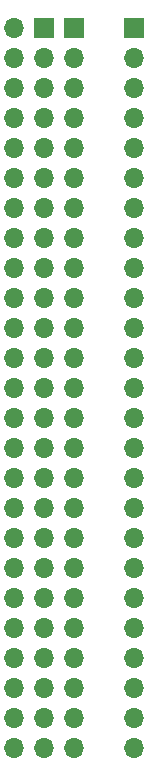
<source format=gbr>
%TF.GenerationSoftware,KiCad,Pcbnew,8.0.4*%
%TF.CreationDate,2024-08-17T03:05:55-04:00*%
%TF.ProjectId,50 pin ribbon adapter,35302070-696e-4207-9269-62626f6e2061,rev?*%
%TF.SameCoordinates,Original*%
%TF.FileFunction,Soldermask,Top*%
%TF.FilePolarity,Negative*%
%FSLAX46Y46*%
G04 Gerber Fmt 4.6, Leading zero omitted, Abs format (unit mm)*
G04 Created by KiCad (PCBNEW 8.0.4) date 2024-08-17 03:05:55*
%MOMM*%
%LPD*%
G01*
G04 APERTURE LIST*
%ADD10R,1.700000X1.700000*%
%ADD11O,1.700000X1.700000*%
G04 APERTURE END LIST*
D10*
%TO.C,J2*%
X152400000Y-38100000D03*
D11*
X152400000Y-40640000D03*
X152400000Y-43180000D03*
X152400000Y-45720000D03*
X152400000Y-48260000D03*
X152400000Y-50800000D03*
X152400000Y-53340000D03*
X152400000Y-55880000D03*
X152400000Y-58420000D03*
X152400000Y-60960000D03*
X152400000Y-63500000D03*
X152400000Y-66040000D03*
X152400000Y-68580000D03*
X152400000Y-71120000D03*
X152400000Y-73660000D03*
X152400000Y-76200000D03*
X152400000Y-78740000D03*
X152400000Y-81280000D03*
X152400000Y-83820000D03*
X152400000Y-86360000D03*
X152400000Y-88900000D03*
X152400000Y-91440000D03*
X152400000Y-93980000D03*
X152400000Y-96520000D03*
X152400000Y-99060000D03*
%TD*%
D10*
%TO.C,J1*%
X147320000Y-38100000D03*
D11*
X147320000Y-40640000D03*
X147320000Y-43180000D03*
X147320000Y-45720000D03*
X147320000Y-48260000D03*
X147320000Y-50800000D03*
X147320000Y-53340000D03*
X147320000Y-55880000D03*
X147320000Y-58420000D03*
X147320000Y-60960000D03*
X147320000Y-63500000D03*
X147320000Y-66040000D03*
X147320000Y-68580000D03*
X147320000Y-71120000D03*
X147320000Y-73660000D03*
X147320000Y-76200000D03*
X147320000Y-78740000D03*
X147320000Y-81280000D03*
X147320000Y-83820000D03*
X147320000Y-86360000D03*
X147320000Y-88900000D03*
X147320000Y-91440000D03*
X147320000Y-93980000D03*
X147320000Y-96520000D03*
X147320000Y-99060000D03*
%TD*%
D10*
%TO.C,J3*%
X144780000Y-38100000D03*
D11*
X142240000Y-38100000D03*
X144780000Y-40640000D03*
X142240000Y-40640000D03*
X144780000Y-43180000D03*
X142240000Y-43180000D03*
X144780000Y-45720000D03*
X142240000Y-45720000D03*
X144780000Y-48260000D03*
X142240000Y-48260000D03*
X144780000Y-50800000D03*
X142240000Y-50800000D03*
X144780000Y-53340000D03*
X142240000Y-53340000D03*
X144780000Y-55880000D03*
X142240000Y-55880000D03*
X144780000Y-58420000D03*
X142240000Y-58420000D03*
X144780000Y-60960000D03*
X142240000Y-60960000D03*
X144780000Y-63500000D03*
X142240000Y-63500000D03*
X144780000Y-66040000D03*
X142240000Y-66040000D03*
X144780000Y-68580000D03*
X142240000Y-68580000D03*
X144780000Y-71120000D03*
X142240000Y-71120000D03*
X144780000Y-73660000D03*
X142240000Y-73660000D03*
X144780000Y-76200000D03*
X142240000Y-76200000D03*
X144780000Y-78740000D03*
X142240000Y-78740000D03*
X144780000Y-81280000D03*
X142240000Y-81280000D03*
X144780000Y-83820000D03*
X142240000Y-83820000D03*
X144780000Y-86360000D03*
X142240000Y-86360000D03*
X144780000Y-88900000D03*
X142240000Y-88900000D03*
X144780000Y-91440000D03*
X142240000Y-91440000D03*
X144780000Y-93980000D03*
X142240000Y-93980000D03*
X144780000Y-96520000D03*
X142240000Y-96520000D03*
X144780000Y-99060000D03*
X142240000Y-99060000D03*
%TD*%
M02*

</source>
